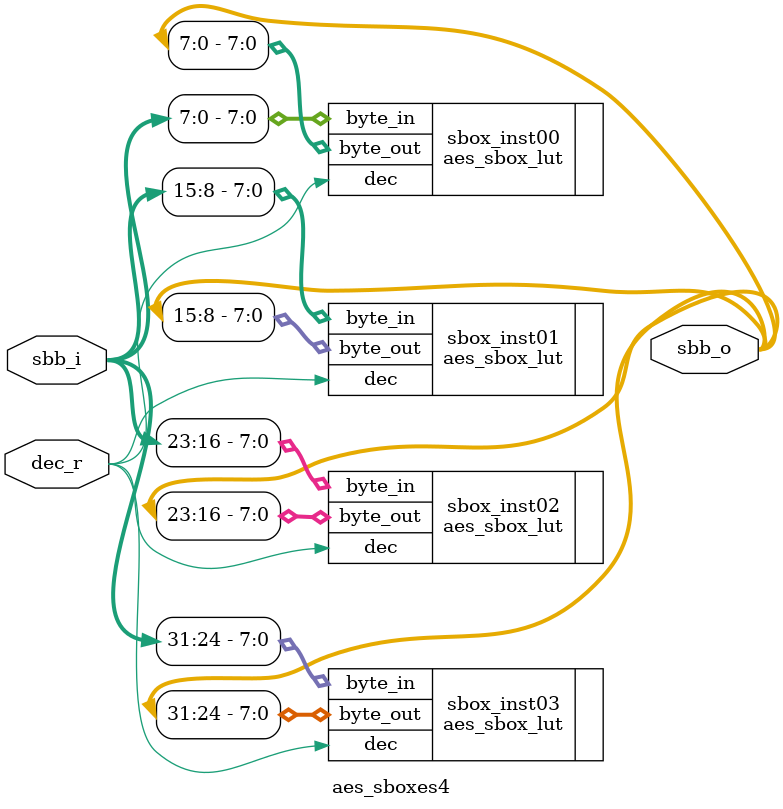
<source format=v>
module aes_sboxes4(
    input wire [31:0] sbb_i,   //input to SBOX
    input wire dec_r,           //1 for decrypt, 0 for encrypt
    output wire [31:0] sbb_o   //output of SBOX
);
`define SBOX_GF_NO
// NEWAE mod: GF or LUT sboxes
`ifdef SBOX_GF
    aes_sbox sbox_inst00(.U(sbb_i[  7:  0]), .dec(dec_r), .S(sbb_o[  7:  0]));
    aes_sbox sbox_inst01(.U(sbb_i[ 15:  8]), .dec(dec_r), .S(sbb_o[ 15:  8]));
    aes_sbox sbox_inst02(.U(sbb_i[ 23: 16]), .dec(dec_r), .S(sbb_o[ 23: 16]));
    aes_sbox sbox_inst03(.U(sbb_i[ 31: 24]), .dec(dec_r), .S(sbb_o[ 31: 24]));
`else
    aes_sbox_lut sbox_inst00(.byte_in(sbb_i[  7:  0]), .dec(dec_r), .byte_out(sbb_o[  7:  0]));
    aes_sbox_lut sbox_inst01(.byte_in(sbb_i[ 15:  8]), .dec(dec_r), .byte_out(sbb_o[ 15:  8]));
    aes_sbox_lut sbox_inst02(.byte_in(sbb_i[ 23: 16]), .dec(dec_r), .byte_out(sbb_o[ 23: 16]));
    aes_sbox_lut sbox_inst03(.byte_in(sbb_i[ 31: 24]), .dec(dec_r), .byte_out(sbb_o[ 31: 24]));
`endif


endmodule
</source>
